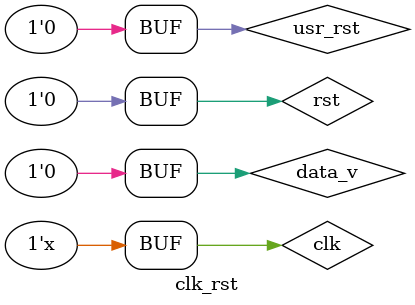
<source format=v>
/* *********************************************
This file is a top module to generate clk, rst and start signal
************************************************ */


module clk_rst();

reg clk;
reg rst;
reg start;
reg need_data;


always begin
    clk <= 'd0;
    #1;
    clk <= ~clk;
    #1;
end

// initial begin
//     rst <= 'd1;
//     start <= 'd0;
//     need_data <= 'd0;
//     #5;
//     rst <= 'd0;
//     #2;
//     start <= 'd1;
//     #2;
//     start <= 'd0;
//     #2;
//     need_data <= 'd1;
//     #2;
//     need_data <= 'd0;
//     #20;
//     need_data <= 'd1;
//     #2;
//     need_data <= 'd0;
// end


// initial begin
//     rst <= 'd1;
//     start <= 'd0;
//     need_data <= 'd0;
//     #5;
//     rst <= 'd0;
//     #2;
//     start <= 'd1;
//     #2;
//     start <= 'd0;
//     #2;
//     need_data <= 'd1;
//     #2;
//     need_data <= 'd0;
//     #20;
//     need_data <= 'd1;
//     #2;
//     need_data <= 'd0;
// end

// CONV1_LAYER1_DENSE_TOP conv1_layer1_dense_top(
//     .clk                        (clk),
//     .rst                        (rst),
//     .start                      (start),
//     .need_data                  (need_data)
// );


wire                                                reg_data_v_w;
wire    [1023:0]                                    reg_data_w;
reg                                                 data_v;
reg     [1023:0]                                    in_veca_data;
reg     [15:0]                                      in_sig_data;
reg                                                 usr_rst;


initial begin
    rst <= 'd1;
    data_v <= 'd0;
    usr_rst <= 'd0;
    #5;
    rst <= 'd0;
    #2;
    data_v <= 'd1;
    #2;
    data_v <= 'd1;
    #2;
    data_v <= 'd1;
    #2;
    data_v <= 'd1;
    #2;
    data_v <= 'd1;
    #2;
    data_v <= 'd1;
    #2;
    data_v <= 'd0;

    #200;
    usr_rst <= 'd1;
    
    #2;
    data_v <= 'd1;
    usr_rst <= 'd0;
    #2;
    data_v <= 'd0;
    #2;
end

always @ (posedge clk) begin
    in_sig_data <= 'h0100;
    in_veca_data <= 'h0100010001000100010001000100010001000100010001000100010001000100010001000100010001000100010001000100010001000100010001000100010001000100010001000100010001000100010001000100010001000100010001000100010001000100010001000100010001000100010001000100010001000100010001000100010001000100010001000100010001000100010001000100010001000100010001000100010001000100010001000100010001000100010001000100010001000100010001000100010001000100010001000100010001000100010001000100010001000100010001000100010001000100010001000100010001000100010001000100010001000100010001000100010001000100010001000100010001000100010001000100010001000100010001000100010001000100010001000100010001000100010001000100010001000100010001000100010001000100010001000100010001000100010001000100010001000100010001000100010001000100010001000100010001000100010001000100010001000100010001000100010001000100010001000100010001000100010001000100010001000100010001000100010001000100010001000100010001000100010001000100010001000100010001000100010001000100010001000100010001000100;
end


TB4PARAMULT_REGHEAP tb4paramult_regheap(
    .clk                                (clk),
    .rst                                (rst),
    .data_v                             (data_v),
    .in_veca_data                       (in_veca_data),
    .in_sig_data                        (in_sig_data),
    .usr_rst                            (usr_rst),
    .reg_data_w                         (reg_data_w),
    .reg_data_v_w                       (reg_data_v_w)
);


endmodule




</source>
